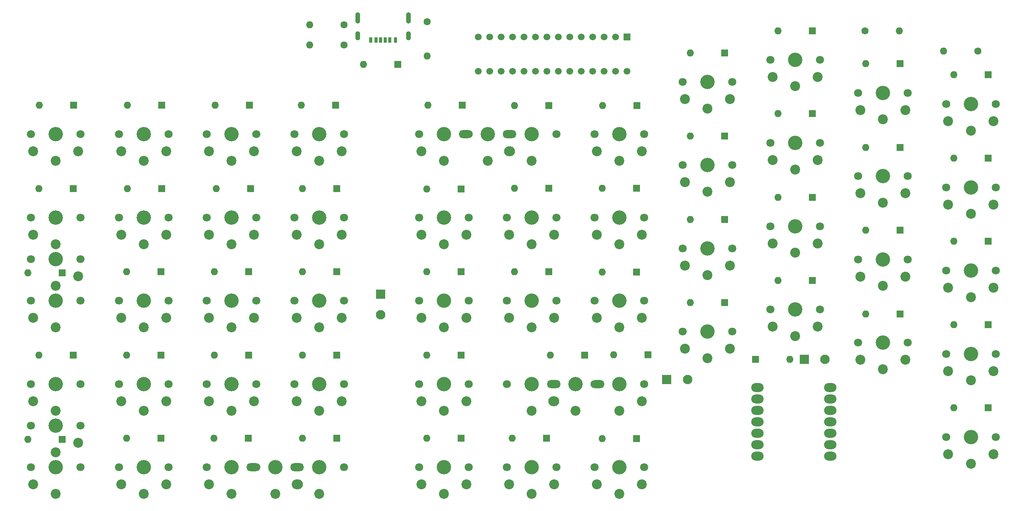
<source format=gbs>
%TF.GenerationSoftware,KiCad,Pcbnew,(6.0.1)*%
%TF.CreationDate,2022-05-08T14:53:20-04:00*%
%TF.ProjectId,InductorSchem,496e6475-6374-46f7-9253-6368656d2e6b,1*%
%TF.SameCoordinates,Original*%
%TF.FileFunction,Soldermask,Bot*%
%TF.FilePolarity,Negative*%
%FSLAX46Y46*%
G04 Gerber Fmt 4.6, Leading zero omitted, Abs format (unit mm)*
G04 Created by KiCad (PCBNEW (6.0.1)) date 2022-05-08 14:53:20*
%MOMM*%
%LPD*%
G01*
G04 APERTURE LIST*
G04 Aperture macros list*
%AMRoundRect*
0 Rectangle with rounded corners*
0 $1 Rounding radius*
0 $2 $3 $4 $5 $6 $7 $8 $9 X,Y pos of 4 corners*
0 Add a 4 corners polygon primitive as box body*
4,1,4,$2,$3,$4,$5,$6,$7,$8,$9,$2,$3,0*
0 Add four circle primitives for the rounded corners*
1,1,$1+$1,$2,$3*
1,1,$1+$1,$4,$5*
1,1,$1+$1,$6,$7*
1,1,$1+$1,$8,$9*
0 Add four rect primitives between the rounded corners*
20,1,$1+$1,$2,$3,$4,$5,0*
20,1,$1+$1,$4,$5,$6,$7,0*
20,1,$1+$1,$6,$7,$8,$9,0*
20,1,$1+$1,$8,$9,$2,$3,0*%
G04 Aperture macros list end*
%ADD10C,3.200000*%
%ADD11C,1.800000*%
%ADD12C,2.200000*%
%ADD13R,0.700000X1.200000*%
%ADD14R,0.760000X1.200000*%
%ADD15R,0.800000X1.200000*%
%ADD16O,1.100000X2.500000*%
%ADD17O,1.100000X2.000000*%
%ADD18O,3.050000X1.800000*%
%ADD19O,2.450000X2.200000*%
%ADD20R,1.600000X1.600000*%
%ADD21O,1.600000X1.600000*%
%ADD22RoundRect,0.250001X-0.799999X-0.799999X0.799999X-0.799999X0.799999X0.799999X-0.799999X0.799999X0*%
%ADD23C,2.100000*%
%ADD24C,1.600000*%
%ADD25O,2.748280X1.998980*%
%ADD26R,1.498600X1.498600*%
%ADD27C,1.498600*%
%ADD28RoundRect,0.250001X-0.799999X0.799999X-0.799999X-0.799999X0.799999X-0.799999X0.799999X0.799999X0*%
G04 APERTURE END LIST*
D10*
%TO.C,SW54*%
X110858837Y-187250000D03*
D11*
X105358837Y-187250000D03*
X116358837Y-187250000D03*
D12*
X110858837Y-193150000D03*
X115858837Y-191050000D03*
%TD*%
D13*
%TO.C,J5*%
X183000000Y-101582500D03*
D14*
X185020000Y-101582500D03*
D15*
X186250000Y-101582500D03*
D13*
X184000000Y-101582500D03*
D14*
X181980000Y-101582500D03*
D15*
X180750000Y-101582500D03*
D16*
X177880000Y-96632500D03*
X189120000Y-96632500D03*
D17*
X177880000Y-100632500D03*
X189120000Y-100632500D03*
%TD*%
D16*
%TO.C,J1*%
X189120000Y-96632500D03*
X177880000Y-96632500D03*
D17*
X189120000Y-100632500D03*
X177880000Y-100632500D03*
%TD*%
D10*
%TO.C,SW3*%
X110858837Y-159500000D03*
D11*
X105358837Y-159500000D03*
X116358837Y-159500000D03*
D12*
X110858837Y-165400000D03*
X105858837Y-163300000D03*
%TD*%
D10*
%TO.C,SW53*%
X110858837Y-150250000D03*
D11*
X105358837Y-150250000D03*
X116358837Y-150250000D03*
D12*
X110858837Y-156150000D03*
X115858837Y-154050000D03*
%TD*%
D18*
%TO.C,SW73*%
X211600000Y-122500000D03*
D10*
X206750000Y-122500000D03*
D18*
X201875000Y-122500000D03*
D12*
X206750000Y-128400000D03*
D19*
X211625000Y-126300000D03*
%TD*%
D18*
%TO.C,SW68*%
X164458837Y-196500000D03*
D10*
X159608837Y-196500000D03*
D18*
X154733837Y-196500000D03*
D12*
X159608837Y-202400000D03*
D19*
X164483837Y-200300000D03*
%TD*%
D18*
%TO.C,SW29*%
X221400000Y-178000000D03*
D10*
X226250000Y-178000000D03*
D18*
X231125000Y-178000000D03*
D12*
X226250000Y-183900000D03*
D19*
X221375000Y-181800000D03*
%TD*%
D10*
%TO.C,SW24*%
X197000000Y-178000000D03*
D11*
X191500000Y-178000000D03*
X202500000Y-178000000D03*
D12*
X197000000Y-183900000D03*
X192000000Y-181800000D03*
%TD*%
D10*
%TO.C,SW51*%
X314000000Y-189791419D03*
D11*
X308500000Y-189791419D03*
X319500000Y-189791419D03*
D12*
X314000000Y-195691419D03*
X309000000Y-193591419D03*
%TD*%
D10*
%TO.C,SW44*%
X294500000Y-131804059D03*
D11*
X289000000Y-131804059D03*
X300000000Y-131804059D03*
D12*
X294500000Y-137704059D03*
X289500000Y-135604059D03*
%TD*%
D10*
%TO.C,SW23*%
X197000000Y-159500000D03*
D11*
X191500000Y-159500000D03*
X202500000Y-159500000D03*
D12*
X197000000Y-165400000D03*
X192000000Y-163300000D03*
%TD*%
D20*
%TO.C,D1*%
X266190000Y-172500000D03*
D21*
X273810000Y-172500000D03*
%TD*%
D10*
%TO.C,SW21*%
X197000000Y-122500000D03*
D11*
X191500000Y-122500000D03*
X202500000Y-122500000D03*
D12*
X197000000Y-128400000D03*
X192000000Y-126300000D03*
%TD*%
D22*
%TO.C,J3*%
X277000000Y-172500000D03*
D23*
X281600000Y-172500000D03*
%TD*%
D10*
%TO.C,SW40*%
X275000000Y-124426381D03*
D11*
X269500000Y-124426381D03*
X280500000Y-124426381D03*
D12*
X275000000Y-130326381D03*
X270000000Y-128226381D03*
%TD*%
D10*
%TO.C,SW47*%
X314000000Y-115791419D03*
D11*
X308500000Y-115791419D03*
X319500000Y-115791419D03*
D12*
X314000000Y-121691419D03*
X309000000Y-119591419D03*
%TD*%
D10*
%TO.C,SW25*%
X197000000Y-196500000D03*
D11*
X191500000Y-196500000D03*
X202500000Y-196500000D03*
D12*
X197000000Y-202400000D03*
X192000000Y-200300000D03*
%TD*%
D10*
%TO.C,SW37*%
X255500000Y-147858611D03*
D11*
X250000000Y-147858611D03*
X261000000Y-147858611D03*
D12*
X255500000Y-153758611D03*
X250500000Y-151658611D03*
%TD*%
D24*
%TO.C,R5*%
X290490000Y-99500000D03*
D21*
X298110000Y-99500000D03*
%TD*%
D10*
%TO.C,SW12*%
X149858837Y-141000000D03*
D11*
X144358837Y-141000000D03*
X155358837Y-141000000D03*
D12*
X149858837Y-146900000D03*
X144858837Y-144800000D03*
%TD*%
D10*
%TO.C,SW33*%
X236000000Y-159500000D03*
D11*
X230500000Y-159500000D03*
X241500000Y-159500000D03*
D12*
X236000000Y-165400000D03*
X231000000Y-163300000D03*
%TD*%
D20*
%TO.C,D54*%
X242310000Y-171500000D03*
D21*
X234690000Y-171500000D03*
%TD*%
D10*
%TO.C,SW49*%
X314000000Y-152791419D03*
D11*
X308500000Y-152791419D03*
X319500000Y-152791419D03*
D12*
X314000000Y-158691419D03*
X309000000Y-156591419D03*
%TD*%
D24*
%TO.C,R2*%
X174810000Y-98132500D03*
D21*
X167190000Y-98132500D03*
%TD*%
D25*
%TO.C,U1*%
X282781290Y-193999510D03*
X282781290Y-191459510D03*
X282781290Y-188919510D03*
X282781290Y-186379510D03*
X282781290Y-183839510D03*
X282781290Y-181299510D03*
X282781290Y-178759510D03*
X266616730Y-178759510D03*
X266616730Y-181299510D03*
X266616730Y-183839510D03*
X266616730Y-186379510D03*
X266616730Y-188919510D03*
X266616730Y-191459510D03*
X266616730Y-193999510D03*
%TD*%
D10*
%TO.C,SW28*%
X216500000Y-159500000D03*
D11*
X211000000Y-159500000D03*
X222000000Y-159500000D03*
D12*
X216500000Y-165400000D03*
X211500000Y-163300000D03*
%TD*%
D20*
%TO.C,D2*%
X186810000Y-107000000D03*
D21*
X179190000Y-107000000D03*
%TD*%
D10*
%TO.C,SW43*%
X294500000Y-113304059D03*
D11*
X289000000Y-113304059D03*
X300000000Y-113304059D03*
D12*
X294500000Y-119204059D03*
X289500000Y-117104059D03*
%TD*%
D10*
%TO.C,SW36*%
X255500000Y-129358611D03*
D11*
X250000000Y-129358611D03*
X261000000Y-129358611D03*
D12*
X255500000Y-135258611D03*
X250500000Y-133158611D03*
%TD*%
D10*
%TO.C,SW13*%
X149858837Y-159500000D03*
D11*
X144358837Y-159500000D03*
X155358837Y-159500000D03*
D12*
X149858837Y-165400000D03*
X144858837Y-163300000D03*
%TD*%
D10*
%TO.C,SW4*%
X110858837Y-178000000D03*
D11*
X105358837Y-178000000D03*
X116358837Y-178000000D03*
D12*
X110858837Y-183900000D03*
X105858837Y-181800000D03*
%TD*%
D24*
%TO.C,R4*%
X315600000Y-104000000D03*
D21*
X307980000Y-104000000D03*
%TD*%
D26*
%TO.C,U3*%
X237710000Y-100890000D03*
D27*
X235170000Y-100890000D03*
X232630000Y-100890000D03*
X230090000Y-100890000D03*
X227550000Y-100890000D03*
X225010000Y-100890000D03*
X222470000Y-100890000D03*
X219930000Y-100890000D03*
X217390000Y-100890000D03*
X214850000Y-100890000D03*
X212310000Y-100890000D03*
X209770000Y-100890000D03*
X207230000Y-100890000D03*
X204690000Y-100890000D03*
X204690000Y-108510000D03*
X207230000Y-108510000D03*
X209770000Y-108510000D03*
X212310000Y-108510000D03*
X214850000Y-108510000D03*
X217390000Y-108510000D03*
X219930000Y-108510000D03*
X222470000Y-108510000D03*
X225010000Y-108510000D03*
X227550000Y-108510000D03*
X230090000Y-108510000D03*
X232630000Y-108510000D03*
X235170000Y-108510000D03*
X237710000Y-108510000D03*
%TD*%
D22*
%TO.C,J4*%
X246500000Y-177000000D03*
D23*
X251100000Y-177000000D03*
%TD*%
D10*
%TO.C,SW31*%
X236000000Y-122500000D03*
D11*
X230500000Y-122500000D03*
X241500000Y-122500000D03*
D12*
X236000000Y-128400000D03*
X231000000Y-126300000D03*
%TD*%
D10*
%TO.C,SW30*%
X216500000Y-196500000D03*
D11*
X211000000Y-196500000D03*
X222000000Y-196500000D03*
D12*
X216500000Y-202400000D03*
X211500000Y-200300000D03*
%TD*%
D10*
%TO.C,SW42*%
X275000000Y-161426381D03*
D11*
X269500000Y-161426381D03*
X280500000Y-161426381D03*
D12*
X275000000Y-167326381D03*
X270000000Y-165226381D03*
%TD*%
D28*
%TO.C,J2*%
X183000000Y-158000000D03*
D23*
X183000000Y-162600000D03*
%TD*%
D10*
%TO.C,SW14*%
X149858837Y-178000000D03*
D11*
X144358837Y-178000000D03*
X155358837Y-178000000D03*
D12*
X149858837Y-183900000D03*
X144858837Y-181800000D03*
%TD*%
D10*
%TO.C,SW22*%
X197000000Y-141000000D03*
D11*
X191500000Y-141000000D03*
X202500000Y-141000000D03*
D12*
X197000000Y-146900000D03*
X192000000Y-144800000D03*
%TD*%
D10*
%TO.C,SW8*%
X130358837Y-159500000D03*
D11*
X124858837Y-159500000D03*
X135858837Y-159500000D03*
D12*
X130358837Y-165400000D03*
X125358837Y-163300000D03*
%TD*%
D24*
%TO.C,R3*%
X193300000Y-97490000D03*
D21*
X193300000Y-105110000D03*
%TD*%
D10*
%TO.C,SW11*%
X149858837Y-122500000D03*
D11*
X144358837Y-122500000D03*
X155358837Y-122500000D03*
D12*
X149858837Y-128400000D03*
X144858837Y-126300000D03*
%TD*%
D10*
%TO.C,SW15*%
X149858837Y-196500000D03*
D11*
X144358837Y-196500000D03*
X155358837Y-196500000D03*
D12*
X149858837Y-202400000D03*
X144858837Y-200300000D03*
%TD*%
D10*
%TO.C,SW19*%
X169358837Y-178000000D03*
D11*
X163858837Y-178000000D03*
X174858837Y-178000000D03*
D12*
X169358837Y-183900000D03*
X164358837Y-181800000D03*
%TD*%
D10*
%TO.C,SW20*%
X169358837Y-196500000D03*
D11*
X163858837Y-196500000D03*
X174858837Y-196500000D03*
D12*
X169358837Y-202400000D03*
X164358837Y-200300000D03*
%TD*%
D10*
%TO.C,SW5*%
X110858837Y-196500000D03*
D11*
X105358837Y-196500000D03*
X116358837Y-196500000D03*
D12*
X110858837Y-202400000D03*
X105858837Y-200300000D03*
%TD*%
D10*
%TO.C,SW16*%
X169358837Y-122500000D03*
D11*
X163858837Y-122500000D03*
X174858837Y-122500000D03*
D12*
X169358837Y-128400000D03*
X164358837Y-126300000D03*
%TD*%
D10*
%TO.C,SW1*%
X110858837Y-122510000D03*
D11*
X105358837Y-122510000D03*
X116358837Y-122510000D03*
D12*
X110858837Y-128410000D03*
X105858837Y-126310000D03*
%TD*%
D10*
%TO.C,SW32*%
X236000000Y-141000000D03*
D11*
X230500000Y-141000000D03*
X241500000Y-141000000D03*
D12*
X236000000Y-146900000D03*
X231000000Y-144800000D03*
%TD*%
D10*
%TO.C,SW35*%
X255500000Y-110858611D03*
D11*
X250000000Y-110858611D03*
X261000000Y-110858611D03*
D12*
X255500000Y-116758611D03*
X250500000Y-114658611D03*
%TD*%
D10*
%TO.C,SW46*%
X294500000Y-168804059D03*
D11*
X289000000Y-168804059D03*
X300000000Y-168804059D03*
D12*
X294500000Y-174704059D03*
X289500000Y-172604059D03*
%TD*%
D10*
%TO.C,SW10*%
X130358837Y-196500000D03*
D11*
X124858837Y-196500000D03*
X135858837Y-196500000D03*
D12*
X130358837Y-202400000D03*
X125358837Y-200300000D03*
%TD*%
D10*
%TO.C,SW2*%
X110868837Y-141000000D03*
D11*
X105368837Y-141000000D03*
X116368837Y-141000000D03*
D12*
X110868837Y-146900000D03*
X105868837Y-144800000D03*
%TD*%
D10*
%TO.C,SW34*%
X236000000Y-196500000D03*
D11*
X230500000Y-196500000D03*
X241500000Y-196500000D03*
D12*
X236000000Y-202400000D03*
X231000000Y-200300000D03*
%TD*%
D10*
%TO.C,SW27*%
X216500000Y-141000000D03*
D11*
X211000000Y-141000000D03*
X222000000Y-141000000D03*
D12*
X216500000Y-146900000D03*
X211500000Y-144800000D03*
%TD*%
D10*
%TO.C,SW39*%
X275000000Y-105926381D03*
D11*
X269500000Y-105926381D03*
X280500000Y-105926381D03*
D12*
X275000000Y-111826381D03*
X270000000Y-109726381D03*
%TD*%
D10*
%TO.C,SW48*%
X314000000Y-134291419D03*
D11*
X308500000Y-134291419D03*
X319500000Y-134291419D03*
D12*
X314000000Y-140191419D03*
X309000000Y-138091419D03*
%TD*%
D10*
%TO.C,SW50*%
X314000000Y-171291419D03*
D11*
X308500000Y-171291419D03*
X319500000Y-171291419D03*
D12*
X314000000Y-177191419D03*
X309000000Y-175091419D03*
%TD*%
D10*
%TO.C,SW26*%
X216500000Y-122500000D03*
D11*
X211000000Y-122500000D03*
X222000000Y-122500000D03*
D12*
X216500000Y-128400000D03*
X211500000Y-126300000D03*
%TD*%
D10*
%TO.C,SW18*%
X169358837Y-159500000D03*
D11*
X163858837Y-159500000D03*
X174858837Y-159500000D03*
D12*
X169358837Y-165400000D03*
X164358837Y-163300000D03*
%TD*%
D10*
%TO.C,SW7*%
X130358837Y-141000000D03*
D11*
X124858837Y-141000000D03*
X135858837Y-141000000D03*
D12*
X130358837Y-146900000D03*
X125358837Y-144800000D03*
%TD*%
D10*
%TO.C,SW41*%
X275000000Y-142926381D03*
D11*
X269500000Y-142926381D03*
X280500000Y-142926381D03*
D12*
X275000000Y-148826381D03*
X270000000Y-146726381D03*
%TD*%
D10*
%TO.C,SW6*%
X130358837Y-122500000D03*
D11*
X124858837Y-122500000D03*
X135858837Y-122500000D03*
D12*
X130358837Y-128400000D03*
X125358837Y-126300000D03*
%TD*%
D24*
%TO.C,R1*%
X174810000Y-102632500D03*
D21*
X167190000Y-102632500D03*
%TD*%
D10*
%TO.C,SW9*%
X130358837Y-178000000D03*
D11*
X124858837Y-178000000D03*
X135858837Y-178000000D03*
D12*
X130358837Y-183900000D03*
X125358837Y-181800000D03*
%TD*%
D10*
%TO.C,SW45*%
X294500000Y-150304059D03*
D11*
X289000000Y-150304059D03*
X300000000Y-150304059D03*
D12*
X294500000Y-156204059D03*
X289500000Y-154104059D03*
%TD*%
D10*
%TO.C,SW17*%
X169358837Y-141000000D03*
D11*
X163858837Y-141000000D03*
X174858837Y-141000000D03*
D12*
X169358837Y-146900000D03*
X164358837Y-144800000D03*
%TD*%
D10*
%TO.C,SW38*%
X255500000Y-166358611D03*
D11*
X250000000Y-166358611D03*
X261000000Y-166358611D03*
D12*
X255500000Y-172258611D03*
X250500000Y-170158611D03*
%TD*%
D10*
%TO.C,SW85*%
X255500000Y-147858611D03*
D11*
X261000000Y-147858611D03*
X250000000Y-147858611D03*
D12*
X255500000Y-153758611D03*
X260500000Y-151658611D03*
%TD*%
D10*
%TO.C,SW76*%
X216500000Y-178000000D03*
D11*
X222000000Y-178000000D03*
X211000000Y-178000000D03*
D12*
X216500000Y-183900000D03*
X221500000Y-181800000D03*
%TD*%
D10*
%TO.C,SW97*%
X314000000Y-152791419D03*
D11*
X319500000Y-152791419D03*
X308500000Y-152791419D03*
D12*
X314000000Y-158691419D03*
X319000000Y-156591419D03*
%TD*%
D10*
%TO.C,SW70*%
X197000000Y-159500000D03*
D11*
X202500000Y-159500000D03*
X191500000Y-159500000D03*
D12*
X197000000Y-165400000D03*
X202000000Y-163300000D03*
%TD*%
D20*
%TO.C,D30*%
X220310000Y-153000000D03*
D21*
X212690000Y-153000000D03*
%TD*%
D10*
%TO.C,SW99*%
X314000000Y-189791419D03*
D11*
X319500000Y-189791419D03*
X308500000Y-189791419D03*
D12*
X314000000Y-195691419D03*
X319000000Y-193591419D03*
%TD*%
D10*
%TO.C,SW86*%
X255500000Y-166358611D03*
D11*
X261000000Y-166358611D03*
X250000000Y-166358611D03*
D12*
X255500000Y-172258611D03*
X260500000Y-170158611D03*
%TD*%
D20*
%TO.C,D32*%
X228310000Y-171600000D03*
D21*
X220690000Y-171600000D03*
%TD*%
D20*
%TO.C,D53*%
X317810000Y-183300000D03*
D21*
X310190000Y-183300000D03*
%TD*%
D10*
%TO.C,SW66*%
X169358837Y-159500000D03*
D11*
X174858837Y-159500000D03*
X163858837Y-159500000D03*
D12*
X169358837Y-165400000D03*
X174358837Y-163300000D03*
%TD*%
D10*
%TO.C,SW80*%
X236000000Y-159500000D03*
D11*
X241500000Y-159500000D03*
X230500000Y-159500000D03*
D12*
X236000000Y-165400000D03*
X241000000Y-163300000D03*
%TD*%
D20*
%TO.C,D44*%
X278810000Y-155000000D03*
D21*
X271190000Y-155000000D03*
%TD*%
D20*
%TO.C,D5*%
X114713237Y-134549100D03*
D21*
X107093237Y-134549100D03*
%TD*%
D20*
%TO.C,D35*%
X239810000Y-153100000D03*
D21*
X232190000Y-153100000D03*
%TD*%
D20*
%TO.C,D52*%
X317810000Y-164800000D03*
D21*
X310190000Y-164800000D03*
%TD*%
D10*
%TO.C,SW94*%
X294500000Y-168804059D03*
D11*
X300000000Y-168804059D03*
X289000000Y-168804059D03*
D12*
X294500000Y-174704059D03*
X299500000Y-172604059D03*
%TD*%
D20*
%TO.C,D9*%
X134399837Y-134549100D03*
D21*
X126779837Y-134549100D03*
%TD*%
D20*
%TO.C,D12*%
X134213237Y-190049100D03*
D21*
X126593237Y-190049100D03*
%TD*%
D10*
%TO.C,SW56*%
X130358837Y-141000000D03*
D11*
X135858837Y-141000000D03*
X124858837Y-141000000D03*
D12*
X130358837Y-146900000D03*
X135358837Y-144800000D03*
%TD*%
D20*
%TO.C,D47*%
X298310000Y-143800000D03*
D21*
X290690000Y-143800000D03*
%TD*%
D20*
%TO.C,D23*%
X201113237Y-116049100D03*
D21*
X193493237Y-116049100D03*
%TD*%
D10*
%TO.C,SW60*%
X149858837Y-122500000D03*
D11*
X155358837Y-122500000D03*
X144358837Y-122500000D03*
D12*
X149858837Y-128400000D03*
X154858837Y-126300000D03*
%TD*%
D20*
%TO.C,D48*%
X298310000Y-162400000D03*
D21*
X290690000Y-162400000D03*
%TD*%
D20*
%TO.C,D37*%
X259310000Y-104400000D03*
D21*
X251690000Y-104400000D03*
%TD*%
D10*
%TO.C,SW62*%
X149858837Y-159500000D03*
D11*
X155358837Y-159500000D03*
X144358837Y-159500000D03*
D12*
X149858837Y-165400000D03*
X154858837Y-163300000D03*
%TD*%
D20*
%TO.C,D17*%
X153613237Y-190049100D03*
D21*
X145993237Y-190049100D03*
%TD*%
D10*
%TO.C,SW92*%
X294500000Y-131804059D03*
D11*
X300000000Y-131804059D03*
X289000000Y-131804059D03*
D12*
X294500000Y-137704059D03*
X299500000Y-135604059D03*
%TD*%
D20*
%TO.C,D46*%
X298310000Y-125400000D03*
D21*
X290690000Y-125400000D03*
%TD*%
D10*
%TO.C,SW57*%
X130358837Y-159500000D03*
D11*
X135858837Y-159500000D03*
X124858837Y-159500000D03*
D12*
X130358837Y-165400000D03*
X135358837Y-163300000D03*
%TD*%
D20*
%TO.C,D21*%
X173213237Y-171549100D03*
D21*
X165593237Y-171549100D03*
%TD*%
D20*
%TO.C,D18*%
X173013237Y-116049100D03*
D21*
X165393237Y-116049100D03*
%TD*%
D10*
%TO.C,SW81*%
X236000000Y-178000000D03*
D11*
X241500000Y-178000000D03*
X230500000Y-178000000D03*
D12*
X236000000Y-183900000D03*
X241000000Y-181800000D03*
%TD*%
D10*
%TO.C,SW98*%
X314000000Y-171291419D03*
D11*
X319500000Y-171291419D03*
X308500000Y-171291419D03*
D12*
X314000000Y-177191419D03*
X319000000Y-175091419D03*
%TD*%
D20*
%TO.C,D43*%
X278810000Y-136500000D03*
D21*
X271190000Y-136500000D03*
%TD*%
D10*
%TO.C,SW75*%
X216500000Y-159500000D03*
D11*
X222000000Y-159500000D03*
X211000000Y-159500000D03*
D12*
X216500000Y-165400000D03*
X221500000Y-163300000D03*
%TD*%
D20*
%TO.C,D38*%
X259310000Y-122900000D03*
D21*
X251690000Y-122900000D03*
%TD*%
D20*
%TO.C,D33*%
X239910000Y-116100000D03*
D21*
X232290000Y-116100000D03*
%TD*%
D20*
%TO.C,D10*%
X134213237Y-153049100D03*
D21*
X126593237Y-153049100D03*
%TD*%
D10*
%TO.C,SW84*%
X255500000Y-129358611D03*
D11*
X261000000Y-129358611D03*
X250000000Y-129358611D03*
D12*
X255500000Y-135258611D03*
X260500000Y-133158611D03*
%TD*%
D20*
%TO.C,D51*%
X317810000Y-146300000D03*
D21*
X310190000Y-146300000D03*
%TD*%
D20*
%TO.C,D40*%
X259310000Y-159900000D03*
D21*
X251690000Y-159900000D03*
%TD*%
D10*
%TO.C,SW77*%
X216500000Y-196500000D03*
D11*
X222000000Y-196500000D03*
X211000000Y-196500000D03*
D12*
X216500000Y-202400000D03*
X221500000Y-200300000D03*
%TD*%
D20*
%TO.C,D49*%
X317810000Y-109300000D03*
D21*
X310190000Y-109300000D03*
%TD*%
D20*
%TO.C,D42*%
X278810000Y-117900000D03*
D21*
X271190000Y-117900000D03*
%TD*%
D20*
%TO.C,D36*%
X239810000Y-190100000D03*
D21*
X232190000Y-190100000D03*
%TD*%
D10*
%TO.C,SW88*%
X275000000Y-124426381D03*
D11*
X280500000Y-124426381D03*
X269500000Y-124426381D03*
D12*
X275000000Y-130326381D03*
X280000000Y-128226381D03*
%TD*%
D10*
%TO.C,SW87*%
X275000000Y-105926381D03*
D11*
X280500000Y-105926381D03*
X269500000Y-105926381D03*
D12*
X275000000Y-111826381D03*
X280000000Y-109726381D03*
%TD*%
D10*
%TO.C,SW83*%
X255500000Y-110858611D03*
D11*
X261000000Y-110858611D03*
X250000000Y-110858611D03*
D12*
X255500000Y-116758611D03*
X260500000Y-114658611D03*
%TD*%
D20*
%TO.C,D45*%
X298310000Y-106800000D03*
D21*
X290690000Y-106800000D03*
%TD*%
D10*
%TO.C,SW96*%
X314000000Y-134291419D03*
D11*
X319500000Y-134291419D03*
X308500000Y-134291419D03*
D12*
X314000000Y-140191419D03*
X319000000Y-138091419D03*
%TD*%
D20*
%TO.C,D6*%
X114713237Y-171549100D03*
D21*
X107093237Y-171549100D03*
%TD*%
D10*
%TO.C,SW55*%
X130358837Y-122500000D03*
D11*
X135858837Y-122500000D03*
X124858837Y-122500000D03*
D12*
X130358837Y-128400000D03*
X135358837Y-126300000D03*
%TD*%
D20*
%TO.C,D7*%
X112310000Y-190300000D03*
D21*
X104690000Y-190300000D03*
%TD*%
D10*
%TO.C,SW89*%
X275000000Y-142926381D03*
D11*
X280500000Y-142926381D03*
X269500000Y-142926381D03*
D12*
X275000000Y-148826381D03*
X280000000Y-146726381D03*
%TD*%
D10*
%TO.C,SW63*%
X149858837Y-178000000D03*
D11*
X155358837Y-178000000D03*
X144358837Y-178000000D03*
D12*
X149858837Y-183900000D03*
X154858837Y-181800000D03*
%TD*%
D10*
%TO.C,SW95*%
X314000000Y-115791419D03*
D11*
X319500000Y-115791419D03*
X308500000Y-115791419D03*
D12*
X314000000Y-121691419D03*
X319000000Y-119591419D03*
%TD*%
D20*
%TO.C,D41*%
X278810000Y-99500000D03*
D21*
X271190000Y-99500000D03*
%TD*%
D10*
%TO.C,SW61*%
X149858837Y-141000000D03*
D11*
X155358837Y-141000000D03*
X144358837Y-141000000D03*
D12*
X149858837Y-146900000D03*
X154858837Y-144800000D03*
%TD*%
D10*
%TO.C,SW52*%
X110858837Y-122510000D03*
D11*
X116358837Y-122510000D03*
X105358837Y-122510000D03*
D12*
X110858837Y-128410000D03*
X115858837Y-126310000D03*
%TD*%
D20*
%TO.C,D4*%
X112310000Y-153300000D03*
D21*
X104690000Y-153300000D03*
%TD*%
D10*
%TO.C,SW72*%
X197000000Y-196500000D03*
D11*
X202500000Y-196500000D03*
X191500000Y-196500000D03*
D12*
X197000000Y-202400000D03*
X202000000Y-200300000D03*
%TD*%
D10*
%TO.C,SW67*%
X169358837Y-178000000D03*
D11*
X174858837Y-178000000D03*
X163858837Y-178000000D03*
D12*
X169358837Y-183900000D03*
X174358837Y-181800000D03*
%TD*%
D20*
%TO.C,D27*%
X200813237Y-190049100D03*
D21*
X193193237Y-190049100D03*
%TD*%
D10*
%TO.C,SW64*%
X169358837Y-122500000D03*
D11*
X174858837Y-122500000D03*
X163858837Y-122500000D03*
D12*
X169358837Y-128400000D03*
X174358837Y-126300000D03*
%TD*%
D10*
%TO.C,SW58*%
X130358837Y-178000000D03*
D11*
X135858837Y-178000000D03*
X124858837Y-178000000D03*
D12*
X130358837Y-183900000D03*
X135358837Y-181800000D03*
%TD*%
D20*
%TO.C,D50*%
X317810000Y-127800000D03*
D21*
X310190000Y-127800000D03*
%TD*%
D20*
%TO.C,D39*%
X259310000Y-141400000D03*
D21*
X251690000Y-141400000D03*
%TD*%
D20*
%TO.C,D3*%
X114813237Y-116049100D03*
D21*
X107193237Y-116049100D03*
%TD*%
D10*
%TO.C,SW93*%
X294500000Y-150304059D03*
D11*
X300000000Y-150304059D03*
X289000000Y-150304059D03*
D12*
X294500000Y-156204059D03*
X299500000Y-154104059D03*
%TD*%
D20*
%TO.C,D15*%
X153713237Y-153049100D03*
D21*
X146093237Y-153049100D03*
%TD*%
D10*
%TO.C,SW69*%
X197000000Y-141000000D03*
D11*
X202500000Y-141000000D03*
X191500000Y-141000000D03*
D12*
X197000000Y-146900000D03*
X202000000Y-144800000D03*
%TD*%
D20*
%TO.C,D28*%
X220310000Y-116100000D03*
D21*
X212690000Y-116100000D03*
%TD*%
D20*
%TO.C,D29*%
X220310000Y-134500000D03*
D21*
X212690000Y-134500000D03*
%TD*%
D20*
%TO.C,D25*%
X200810000Y-153049100D03*
D21*
X193190000Y-153049100D03*
%TD*%
D20*
%TO.C,D31*%
X219810000Y-190000000D03*
D21*
X212190000Y-190000000D03*
%TD*%
D20*
%TO.C,D24*%
X200813237Y-134649100D03*
D21*
X193193237Y-134649100D03*
%TD*%
D20*
%TO.C,D26*%
X200813237Y-171549100D03*
D21*
X193193237Y-171549100D03*
%TD*%
D10*
%TO.C,SW71*%
X197000000Y-178000000D03*
D11*
X202500000Y-178000000D03*
X191500000Y-178000000D03*
D12*
X197000000Y-183900000D03*
X202000000Y-181800000D03*
%TD*%
D20*
%TO.C,D8*%
X134399837Y-116049100D03*
D21*
X126779837Y-116049100D03*
%TD*%
D20*
%TO.C,D19*%
X173213237Y-134549100D03*
D21*
X165593237Y-134549100D03*
%TD*%
D20*
%TO.C,D13*%
X153813237Y-116049100D03*
D21*
X146193237Y-116049100D03*
%TD*%
D20*
%TO.C,D11*%
X134213237Y-171549100D03*
D21*
X126593237Y-171549100D03*
%TD*%
D10*
%TO.C,SW82*%
X236000000Y-196500000D03*
D11*
X241500000Y-196500000D03*
X230500000Y-196500000D03*
D12*
X236000000Y-202400000D03*
X241000000Y-200300000D03*
%TD*%
D20*
%TO.C,D20*%
X173213237Y-153049100D03*
D21*
X165593237Y-153049100D03*
%TD*%
D20*
%TO.C,D34*%
X239810000Y-134500000D03*
D21*
X232190000Y-134500000D03*
%TD*%
D10*
%TO.C,SW91*%
X294500000Y-113304059D03*
D11*
X300000000Y-113304059D03*
X289000000Y-113304059D03*
D12*
X294500000Y-119204059D03*
X299500000Y-117104059D03*
%TD*%
D10*
%TO.C,SW59*%
X130358837Y-196500000D03*
D11*
X135858837Y-196500000D03*
X124858837Y-196500000D03*
D12*
X130358837Y-202400000D03*
X135358837Y-200300000D03*
%TD*%
D10*
%TO.C,SW78*%
X236000000Y-122500000D03*
D11*
X241500000Y-122500000D03*
X230500000Y-122500000D03*
D12*
X236000000Y-128400000D03*
X241000000Y-126300000D03*
%TD*%
D10*
%TO.C,SW90*%
X275000000Y-161426381D03*
D11*
X280500000Y-161426381D03*
X269500000Y-161426381D03*
D12*
X275000000Y-167326381D03*
X280000000Y-165226381D03*
%TD*%
D20*
%TO.C,D14*%
X154113237Y-134549100D03*
D21*
X146493237Y-134549100D03*
%TD*%
D20*
%TO.C,D16*%
X153713237Y-171549100D03*
D21*
X146093237Y-171549100D03*
%TD*%
D10*
%TO.C,SW65*%
X169358837Y-141000000D03*
D11*
X174858837Y-141000000D03*
X163858837Y-141000000D03*
D12*
X169358837Y-146900000D03*
X174358837Y-144800000D03*
%TD*%
D10*
%TO.C,SW79*%
X236000000Y-141000000D03*
D11*
X241500000Y-141000000D03*
X230500000Y-141000000D03*
D12*
X236000000Y-146900000D03*
X241000000Y-144800000D03*
%TD*%
D20*
%TO.C,D22*%
X173213237Y-190049100D03*
D21*
X165593237Y-190049100D03*
%TD*%
D10*
%TO.C,SW74*%
X216500000Y-141000000D03*
D11*
X222000000Y-141000000D03*
X211000000Y-141000000D03*
D12*
X216500000Y-146900000D03*
X221500000Y-144800000D03*
%TD*%
M02*

</source>
